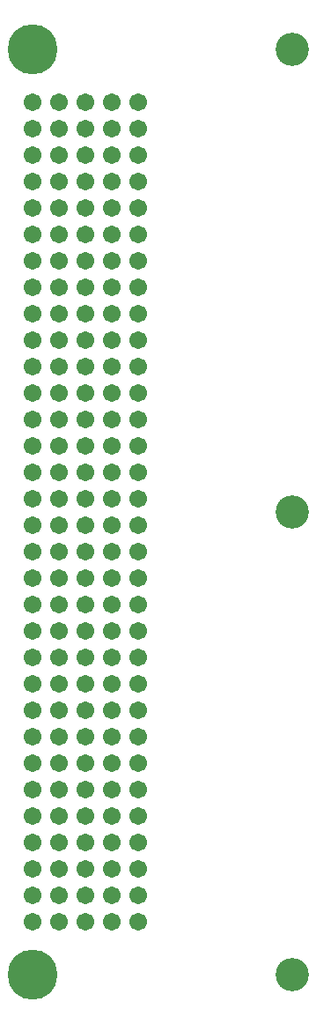
<source format=gts>
%FSLAX25Y25*%
%MOIN*%
G70*
G01*
G75*
G04 Layer_Color=8388736*
%ADD10C,0.11811*%
%ADD11C,0.18110*%
%ADD12C,0.05906*%
%ADD13R,0.03937X0.03543*%
%ADD14C,0.01000*%
%ADD15C,0.00787*%
%ADD16C,0.00700*%
%ADD17C,0.12611*%
%ADD18C,0.18910*%
%ADD19C,0.06706*%
D17*
X98425Y175000D02*
D03*
Y0D02*
D03*
Y350000D02*
D03*
D18*
X0Y350000D02*
D03*
Y0D02*
D03*
D19*
X10000Y330000D02*
D03*
Y320000D02*
D03*
Y310000D02*
D03*
Y300000D02*
D03*
Y290000D02*
D03*
Y280000D02*
D03*
Y270000D02*
D03*
Y260000D02*
D03*
Y180000D02*
D03*
Y190000D02*
D03*
Y200000D02*
D03*
Y210000D02*
D03*
Y220000D02*
D03*
Y230000D02*
D03*
Y240000D02*
D03*
Y250000D02*
D03*
Y100000D02*
D03*
Y110000D02*
D03*
Y120000D02*
D03*
Y130000D02*
D03*
Y140000D02*
D03*
Y150000D02*
D03*
Y160000D02*
D03*
Y170000D02*
D03*
Y20000D02*
D03*
Y30000D02*
D03*
Y40000D02*
D03*
Y50000D02*
D03*
Y60000D02*
D03*
Y70000D02*
D03*
Y80000D02*
D03*
Y90000D02*
D03*
X20000D02*
D03*
Y80000D02*
D03*
Y70000D02*
D03*
Y60000D02*
D03*
Y50000D02*
D03*
Y40000D02*
D03*
Y30000D02*
D03*
Y20000D02*
D03*
Y170000D02*
D03*
Y160000D02*
D03*
Y150000D02*
D03*
Y140000D02*
D03*
Y130000D02*
D03*
Y120000D02*
D03*
Y110000D02*
D03*
Y100000D02*
D03*
Y250000D02*
D03*
Y240000D02*
D03*
Y230000D02*
D03*
Y220000D02*
D03*
Y210000D02*
D03*
Y200000D02*
D03*
Y190000D02*
D03*
Y180000D02*
D03*
Y260000D02*
D03*
Y270000D02*
D03*
Y280000D02*
D03*
Y290000D02*
D03*
Y300000D02*
D03*
Y310000D02*
D03*
Y320000D02*
D03*
Y330000D02*
D03*
X30000Y90000D02*
D03*
Y80000D02*
D03*
Y70000D02*
D03*
Y60000D02*
D03*
Y50000D02*
D03*
Y40000D02*
D03*
Y30000D02*
D03*
Y20000D02*
D03*
Y170000D02*
D03*
Y160000D02*
D03*
Y150000D02*
D03*
Y140000D02*
D03*
Y130000D02*
D03*
Y120000D02*
D03*
Y110000D02*
D03*
Y100000D02*
D03*
Y250000D02*
D03*
Y240000D02*
D03*
Y230000D02*
D03*
Y220000D02*
D03*
Y210000D02*
D03*
Y200000D02*
D03*
Y190000D02*
D03*
Y180000D02*
D03*
Y260000D02*
D03*
Y270000D02*
D03*
Y280000D02*
D03*
Y290000D02*
D03*
Y300000D02*
D03*
Y310000D02*
D03*
Y320000D02*
D03*
Y330000D02*
D03*
X0D02*
D03*
Y320000D02*
D03*
Y310000D02*
D03*
Y300000D02*
D03*
Y290000D02*
D03*
Y280000D02*
D03*
Y270000D02*
D03*
Y260000D02*
D03*
Y180000D02*
D03*
Y190000D02*
D03*
Y200000D02*
D03*
Y210000D02*
D03*
Y220000D02*
D03*
Y230000D02*
D03*
Y240000D02*
D03*
Y250000D02*
D03*
Y100000D02*
D03*
Y110000D02*
D03*
Y120000D02*
D03*
Y130000D02*
D03*
Y140000D02*
D03*
Y150000D02*
D03*
Y160000D02*
D03*
Y170000D02*
D03*
Y20000D02*
D03*
Y30000D02*
D03*
Y40000D02*
D03*
Y50000D02*
D03*
Y60000D02*
D03*
Y70000D02*
D03*
Y80000D02*
D03*
Y90000D02*
D03*
X40000Y330000D02*
D03*
Y320000D02*
D03*
Y310000D02*
D03*
Y300000D02*
D03*
Y290000D02*
D03*
Y280000D02*
D03*
Y270000D02*
D03*
Y260000D02*
D03*
Y180000D02*
D03*
Y190000D02*
D03*
Y200000D02*
D03*
Y210000D02*
D03*
Y220000D02*
D03*
Y230000D02*
D03*
Y240000D02*
D03*
Y250000D02*
D03*
Y100000D02*
D03*
Y110000D02*
D03*
Y120000D02*
D03*
Y130000D02*
D03*
Y140000D02*
D03*
Y150000D02*
D03*
Y160000D02*
D03*
Y170000D02*
D03*
Y20000D02*
D03*
Y30000D02*
D03*
Y40000D02*
D03*
Y50000D02*
D03*
Y60000D02*
D03*
Y70000D02*
D03*
Y80000D02*
D03*
Y90000D02*
D03*
M02*

</source>
